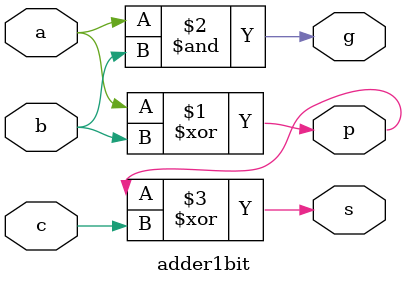
<source format=v>
module adder1bit (a, b, c, s, p, g);
	input a, b, c;
	output s, p, g;
  
  /* to do */

	assign p = a ^ b;
	assign g = a & b;
	assign s = p ^ c;
endmodule
</source>
